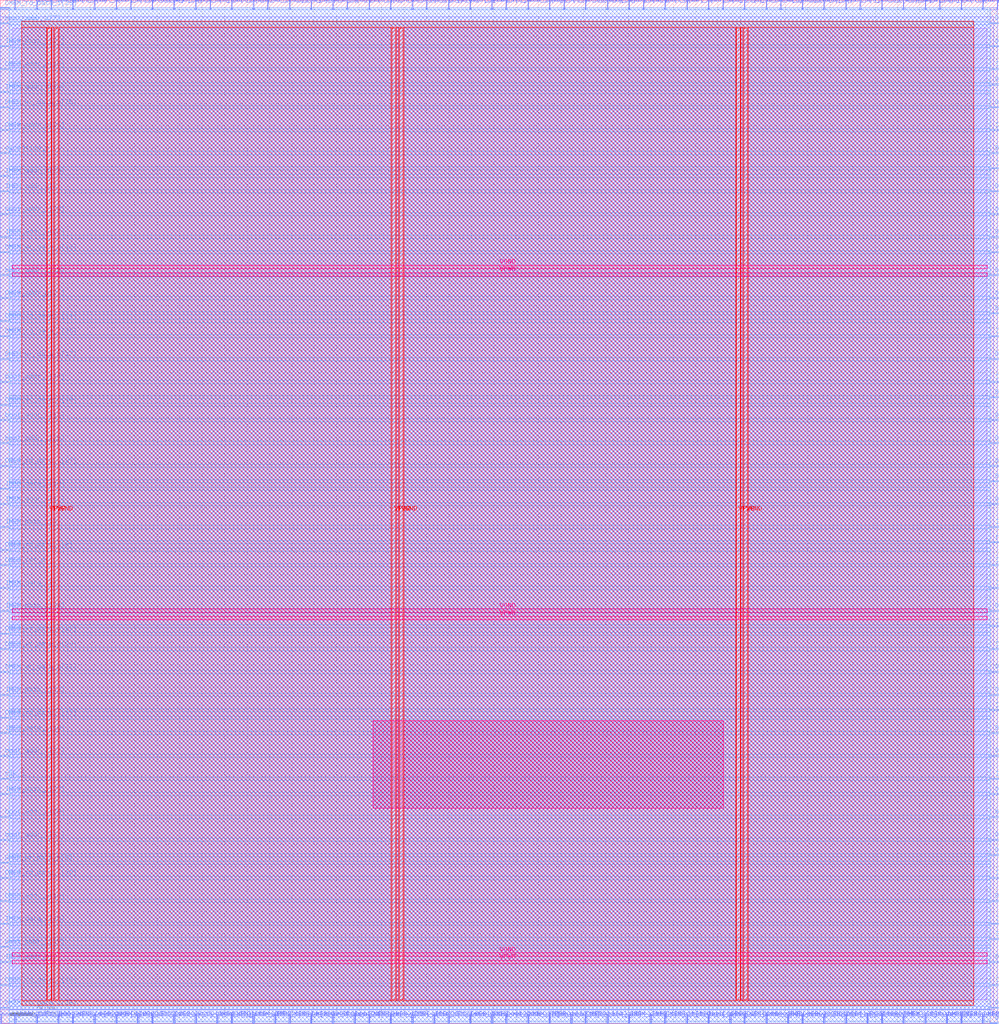
<source format=lef>
VERSION 5.7 ;
  NOWIREEXTENSIONATPIN ON ;
  DIVIDERCHAR "/" ;
  BUSBITCHARS "[]" ;
MACRO toast_top
  CLASS BLOCK ;
  FOREIGN toast_top ;
  ORIGIN 0.000 0.000 ;
  SIZE 445.325 BY 456.045 ;
  PIN DMEM_addr_o[0]
    DIRECTION OUTPUT TRISTATE ;
    USE SIGNAL ;
    PORT
      LAYER met2 ;
        RECT 41.950 0.000 42.230 4.000 ;
    END
  END DMEM_addr_o[0]
  PIN DMEM_addr_o[10]
    DIRECTION OUTPUT TRISTATE ;
    USE SIGNAL ;
    PORT
      LAYER met2 ;
        RECT 183.630 452.045 183.910 456.045 ;
    END
  END DMEM_addr_o[10]
  PIN DMEM_addr_o[11]
    DIRECTION OUTPUT TRISTATE ;
    USE SIGNAL ;
    PORT
      LAYER met2 ;
        RECT 148.210 452.045 148.490 456.045 ;
    END
  END DMEM_addr_o[11]
  PIN DMEM_addr_o[12]
    DIRECTION OUTPUT TRISTATE ;
    USE SIGNAL ;
    PORT
      LAYER met2 ;
        RECT 209.390 0.000 209.670 4.000 ;
    END
  END DMEM_addr_o[12]
  PIN DMEM_addr_o[13]
    DIRECTION OUTPUT TRISTATE ;
    USE SIGNAL ;
    PORT
      LAYER met2 ;
        RECT 367.170 0.000 367.450 4.000 ;
    END
  END DMEM_addr_o[13]
  PIN DMEM_addr_o[14]
    DIRECTION OUTPUT TRISTATE ;
    USE SIGNAL ;
    PORT
      LAYER met3 ;
        RECT 441.325 81.640 445.325 82.240 ;
    END
  END DMEM_addr_o[14]
  PIN DMEM_addr_o[15]
    DIRECTION OUTPUT TRISTATE ;
    USE SIGNAL ;
    PORT
      LAYER met3 ;
        RECT 0.000 425.040 4.000 425.640 ;
    END
  END DMEM_addr_o[15]
  PIN DMEM_addr_o[16]
    DIRECTION OUTPUT TRISTATE ;
    USE SIGNAL ;
    PORT
      LAYER met3 ;
        RECT 0.000 54.440 4.000 55.040 ;
    END
  END DMEM_addr_o[16]
  PIN DMEM_addr_o[17]
    DIRECTION OUTPUT TRISTATE ;
    USE SIGNAL ;
    PORT
      LAYER met3 ;
        RECT 441.325 27.240 445.325 27.840 ;
    END
  END DMEM_addr_o[17]
  PIN DMEM_addr_o[18]
    DIRECTION OUTPUT TRISTATE ;
    USE SIGNAL ;
    PORT
      LAYER met2 ;
        RECT 93.470 452.045 93.750 456.045 ;
    END
  END DMEM_addr_o[18]
  PIN DMEM_addr_o[19]
    DIRECTION OUTPUT TRISTATE ;
    USE SIGNAL ;
    PORT
      LAYER met3 ;
        RECT 441.325 248.240 445.325 248.840 ;
    END
  END DMEM_addr_o[19]
  PIN DMEM_addr_o[1]
    DIRECTION OUTPUT TRISTATE ;
    USE SIGNAL ;
    PORT
      LAYER met3 ;
        RECT 441.325 343.440 445.325 344.040 ;
    END
  END DMEM_addr_o[1]
  PIN DMEM_addr_o[20]
    DIRECTION OUTPUT TRISTATE ;
    USE SIGNAL ;
    PORT
      LAYER met2 ;
        RECT 341.410 0.000 341.690 4.000 ;
    END
  END DMEM_addr_o[20]
  PIN DMEM_addr_o[21]
    DIRECTION OUTPUT TRISTATE ;
    USE SIGNAL ;
    PORT
      LAYER met3 ;
        RECT 0.000 323.040 4.000 323.640 ;
    END
  END DMEM_addr_o[21]
  PIN DMEM_addr_o[22]
    DIRECTION OUTPUT TRISTATE ;
    USE SIGNAL ;
    PORT
      LAYER met2 ;
        RECT 351.070 0.000 351.350 4.000 ;
    END
  END DMEM_addr_o[22]
  PIN DMEM_addr_o[23]
    DIRECTION OUTPUT TRISTATE ;
    USE SIGNAL ;
    PORT
      LAYER met2 ;
        RECT 148.210 0.000 148.490 4.000 ;
    END
  END DMEM_addr_o[23]
  PIN DMEM_addr_o[24]
    DIRECTION OUTPUT TRISTATE ;
    USE SIGNAL ;
    PORT
      LAYER met2 ;
        RECT 280.230 452.045 280.510 456.045 ;
    END
  END DMEM_addr_o[24]
  PIN DMEM_addr_o[25]
    DIRECTION OUTPUT TRISTATE ;
    USE SIGNAL ;
    PORT
      LAYER met3 ;
        RECT 0.000 397.840 4.000 398.440 ;
    END
  END DMEM_addr_o[25]
  PIN DMEM_addr_o[26]
    DIRECTION OUTPUT TRISTATE ;
    USE SIGNAL ;
    PORT
      LAYER met2 ;
        RECT 438.010 452.045 438.290 456.045 ;
    END
  END DMEM_addr_o[26]
  PIN DMEM_addr_o[27]
    DIRECTION OUTPUT TRISTATE ;
    USE SIGNAL ;
    PORT
      LAYER met2 ;
        RECT 421.910 0.000 422.190 4.000 ;
    END
  END DMEM_addr_o[27]
  PIN DMEM_addr_o[28]
    DIRECTION OUTPUT TRISTATE ;
    USE SIGNAL ;
    PORT
      LAYER met2 ;
        RECT 138.550 452.045 138.830 456.045 ;
    END
  END DMEM_addr_o[28]
  PIN DMEM_addr_o[29]
    DIRECTION OUTPUT TRISTATE ;
    USE SIGNAL ;
    PORT
      LAYER met3 ;
        RECT 441.325 129.240 445.325 129.840 ;
    END
  END DMEM_addr_o[29]
  PIN DMEM_addr_o[2]
    DIRECTION OUTPUT TRISTATE ;
    USE SIGNAL ;
    PORT
      LAYER met2 ;
        RECT 280.230 0.000 280.510 4.000 ;
    END
  END DMEM_addr_o[2]
  PIN DMEM_addr_o[30]
    DIRECTION OUTPUT TRISTATE ;
    USE SIGNAL ;
    PORT
      LAYER met3 ;
        RECT 441.325 241.440 445.325 242.040 ;
    END
  END DMEM_addr_o[30]
  PIN DMEM_addr_o[31]
    DIRECTION OUTPUT TRISTATE ;
    USE SIGNAL ;
    PORT
      LAYER met2 ;
        RECT 87.030 452.045 87.310 456.045 ;
    END
  END DMEM_addr_o[31]
  PIN DMEM_addr_o[3]
    DIRECTION OUTPUT TRISTATE ;
    USE SIGNAL ;
    PORT
      LAYER met2 ;
        RECT 22.630 452.045 22.910 456.045 ;
    END
  END DMEM_addr_o[3]
  PIN DMEM_addr_o[4]
    DIRECTION OUTPUT TRISTATE ;
    USE SIGNAL ;
    PORT
      LAYER met2 ;
        RECT 367.170 452.045 367.450 456.045 ;
    END
  END DMEM_addr_o[4]
  PIN DMEM_addr_o[5]
    DIRECTION OUTPUT TRISTATE ;
    USE SIGNAL ;
    PORT
      LAYER met2 ;
        RECT 260.910 0.000 261.190 4.000 ;
    END
  END DMEM_addr_o[5]
  PIN DMEM_addr_o[6]
    DIRECTION OUTPUT TRISTATE ;
    USE SIGNAL ;
    PORT
      LAYER met3 ;
        RECT 441.325 408.040 445.325 408.640 ;
    END
  END DMEM_addr_o[6]
  PIN DMEM_addr_o[7]
    DIRECTION OUTPUT TRISTATE ;
    USE SIGNAL ;
    PORT
      LAYER met3 ;
        RECT 441.325 350.240 445.325 350.840 ;
    END
  END DMEM_addr_o[7]
  PIN DMEM_addr_o[8]
    DIRECTION OUTPUT TRISTATE ;
    USE SIGNAL ;
    PORT
      LAYER met3 ;
        RECT 441.325 183.640 445.325 184.240 ;
    END
  END DMEM_addr_o[8]
  PIN DMEM_addr_o[9]
    DIRECTION OUTPUT TRISTATE ;
    USE SIGNAL ;
    PORT
      LAYER met3 ;
        RECT 441.325 146.240 445.325 146.840 ;
    END
  END DMEM_addr_o[9]
  PIN DMEM_rd_data_i[0]
    DIRECTION INPUT ;
    USE SIGNAL ;
    PORT
      LAYER met2 ;
        RECT 164.310 452.045 164.590 456.045 ;
    END
  END DMEM_rd_data_i[0]
  PIN DMEM_rd_data_i[10]
    DIRECTION INPUT ;
    USE SIGNAL ;
    PORT
      LAYER met2 ;
        RECT 219.050 452.045 219.330 456.045 ;
    END
  END DMEM_rd_data_i[10]
  PIN DMEM_rd_data_i[11]
    DIRECTION INPUT ;
    USE SIGNAL ;
    PORT
      LAYER met2 ;
        RECT 392.930 452.045 393.210 456.045 ;
    END
  END DMEM_rd_data_i[11]
  PIN DMEM_rd_data_i[12]
    DIRECTION INPUT ;
    USE SIGNAL ;
    PORT
      LAYER met3 ;
        RECT 441.325 54.440 445.325 55.040 ;
    END
  END DMEM_rd_data_i[12]
  PIN DMEM_rd_data_i[13]
    DIRECTION INPUT ;
    USE SIGNAL ;
    PORT
      LAYER met2 ;
        RECT 331.750 452.045 332.030 456.045 ;
    END
  END DMEM_rd_data_i[13]
  PIN DMEM_rd_data_i[14]
    DIRECTION INPUT ;
    USE SIGNAL ;
    PORT
      LAYER met3 ;
        RECT 0.000 312.840 4.000 313.440 ;
    END
  END DMEM_rd_data_i[14]
  PIN DMEM_rd_data_i[15]
    DIRECTION INPUT ;
    USE SIGNAL ;
    PORT
      LAYER met2 ;
        RECT 383.270 452.045 383.550 456.045 ;
    END
  END DMEM_rd_data_i[15]
  PIN DMEM_rd_data_i[16]
    DIRECTION INPUT ;
    USE SIGNAL ;
    PORT
      LAYER met2 ;
        RECT 296.330 0.000 296.610 4.000 ;
    END
  END DMEM_rd_data_i[16]
  PIN DMEM_rd_data_i[17]
    DIRECTION INPUT ;
    USE SIGNAL ;
    PORT
      LAYER met3 ;
        RECT 0.000 136.040 4.000 136.640 ;
    END
  END DMEM_rd_data_i[17]
  PIN DMEM_rd_data_i[18]
    DIRECTION INPUT ;
    USE SIGNAL ;
    PORT
      LAYER met3 ;
        RECT 0.000 17.040 4.000 17.640 ;
    END
  END DMEM_rd_data_i[18]
  PIN DMEM_rd_data_i[19]
    DIRECTION INPUT ;
    USE SIGNAL ;
    PORT
      LAYER met2 ;
        RECT 235.150 0.000 235.430 4.000 ;
    END
  END DMEM_rd_data_i[19]
  PIN DMEM_rd_data_i[1]
    DIRECTION INPUT ;
    USE SIGNAL ;
    PORT
      LAYER met2 ;
        RECT 128.890 0.000 129.170 4.000 ;
    END
  END DMEM_rd_data_i[1]
  PIN DMEM_rd_data_i[20]
    DIRECTION INPUT ;
    USE SIGNAL ;
    PORT
      LAYER met3 ;
        RECT 441.325 231.240 445.325 231.840 ;
    END
  END DMEM_rd_data_i[20]
  PIN DMEM_rd_data_i[21]
    DIRECTION INPUT ;
    USE SIGNAL ;
    PORT
      LAYER met3 ;
        RECT 441.325 435.240 445.325 435.840 ;
    END
  END DMEM_rd_data_i[21]
  PIN DMEM_rd_data_i[22]
    DIRECTION INPUT ;
    USE SIGNAL ;
    PORT
      LAYER met2 ;
        RECT 347.850 452.045 348.130 456.045 ;
    END
  END DMEM_rd_data_i[22]
  PIN DMEM_rd_data_i[23]
    DIRECTION INPUT ;
    USE SIGNAL ;
    PORT
      LAYER met3 ;
        RECT 0.000 452.240 4.000 452.840 ;
    END
  END DMEM_rd_data_i[23]
  PIN DMEM_rd_data_i[24]
    DIRECTION INPUT ;
    USE SIGNAL ;
    PORT
      LAYER met2 ;
        RECT 173.970 452.045 174.250 456.045 ;
    END
  END DMEM_rd_data_i[24]
  PIN DMEM_rd_data_i[25]
    DIRECTION INPUT ;
    USE SIGNAL ;
    PORT
      LAYER met2 ;
        RECT 438.010 0.000 438.290 4.000 ;
    END
  END DMEM_rd_data_i[25]
  PIN DMEM_rd_data_i[26]
    DIRECTION INPUT ;
    USE SIGNAL ;
    PORT
      LAYER met3 ;
        RECT 0.000 306.040 4.000 306.640 ;
    END
  END DMEM_rd_data_i[26]
  PIN DMEM_rd_data_i[27]
    DIRECTION INPUT ;
    USE SIGNAL ;
    PORT
      LAYER met3 ;
        RECT 0.000 248.240 4.000 248.840 ;
    END
  END DMEM_rd_data_i[27]
  PIN DMEM_rd_data_i[28]
    DIRECTION INPUT ;
    USE SIGNAL ;
    PORT
      LAYER met3 ;
        RECT 441.325 119.040 445.325 119.640 ;
    END
  END DMEM_rd_data_i[28]
  PIN DMEM_rd_data_i[29]
    DIRECTION INPUT ;
    USE SIGNAL ;
    PORT
      LAYER met3 ;
        RECT 0.000 6.840 4.000 7.440 ;
    END
  END DMEM_rd_data_i[29]
  PIN DMEM_rd_data_i[2]
    DIRECTION INPUT ;
    USE SIGNAL ;
    PORT
      LAYER met3 ;
        RECT 441.325 370.640 445.325 371.240 ;
    END
  END DMEM_rd_data_i[2]
  PIN DMEM_rd_data_i[30]
    DIRECTION INPUT ;
    USE SIGNAL ;
    PORT
      LAYER met3 ;
        RECT 0.000 64.640 4.000 65.240 ;
    END
  END DMEM_rd_data_i[30]
  PIN DMEM_rd_data_i[31]
    DIRECTION INPUT ;
    USE SIGNAL ;
    PORT
      LAYER met2 ;
        RECT 103.130 452.045 103.410 456.045 ;
    END
  END DMEM_rd_data_i[31]
  PIN DMEM_rd_data_i[3]
    DIRECTION INPUT ;
    USE SIGNAL ;
    PORT
      LAYER met2 ;
        RECT 96.690 0.000 96.970 4.000 ;
    END
  END DMEM_rd_data_i[3]
  PIN DMEM_rd_data_i[4]
    DIRECTION INPUT ;
    USE SIGNAL ;
    PORT
      LAYER met2 ;
        RECT 119.230 452.045 119.510 456.045 ;
    END
  END DMEM_rd_data_i[4]
  PIN DMEM_rd_data_i[5]
    DIRECTION INPUT ;
    USE SIGNAL ;
    PORT
      LAYER met2 ;
        RECT 402.590 0.000 402.870 4.000 ;
    END
  END DMEM_rd_data_i[5]
  PIN DMEM_rd_data_i[6]
    DIRECTION INPUT ;
    USE SIGNAL ;
    PORT
      LAYER met2 ;
        RECT 219.050 0.000 219.330 4.000 ;
    END
  END DMEM_rd_data_i[6]
  PIN DMEM_rd_data_i[7]
    DIRECTION INPUT ;
    USE SIGNAL ;
    PORT
      LAYER met2 ;
        RECT 128.890 452.045 129.170 456.045 ;
    END
  END DMEM_rd_data_i[7]
  PIN DMEM_rd_data_i[8]
    DIRECTION INPUT ;
    USE SIGNAL ;
    PORT
      LAYER met3 ;
        RECT 0.000 210.840 4.000 211.440 ;
    END
  END DMEM_rd_data_i[8]
  PIN DMEM_rd_data_i[9]
    DIRECTION INPUT ;
    USE SIGNAL ;
    PORT
      LAYER met2 ;
        RECT 32.290 0.000 32.570 4.000 ;
    END
  END DMEM_rd_data_i[9]
  PIN DMEM_rst_o
    DIRECTION OUTPUT TRISTATE ;
    USE SIGNAL ;
    PORT
      LAYER met3 ;
        RECT 0.000 204.040 4.000 204.640 ;
    END
  END DMEM_rst_o
  PIN DMEM_wr_byte_en_o[0]
    DIRECTION OUTPUT TRISTATE ;
    USE SIGNAL ;
    PORT
      LAYER met3 ;
        RECT 441.325 6.840 445.325 7.440 ;
    END
  END DMEM_wr_byte_en_o[0]
  PIN DMEM_wr_byte_en_o[1]
    DIRECTION OUTPUT TRISTATE ;
    USE SIGNAL ;
    PORT
      LAYER met3 ;
        RECT 441.325 268.640 445.325 269.240 ;
    END
  END DMEM_wr_byte_en_o[1]
  PIN DMEM_wr_byte_en_o[2]
    DIRECTION OUTPUT TRISTATE ;
    USE SIGNAL ;
    PORT
      LAYER met2 ;
        RECT 77.370 0.000 77.650 4.000 ;
    END
  END DMEM_wr_byte_en_o[2]
  PIN DMEM_wr_byte_en_o[3]
    DIRECTION OUTPUT TRISTATE ;
    USE SIGNAL ;
    PORT
      LAYER met2 ;
        RECT 322.090 452.045 322.370 456.045 ;
    END
  END DMEM_wr_byte_en_o[3]
  PIN DMEM_wr_data_o[0]
    DIRECTION OUTPUT TRISTATE ;
    USE SIGNAL ;
    PORT
      LAYER met2 ;
        RECT 112.790 452.045 113.070 456.045 ;
    END
  END DMEM_wr_data_o[0]
  PIN DMEM_wr_data_o[10]
    DIRECTION OUTPUT TRISTATE ;
    USE SIGNAL ;
    PORT
      LAYER met3 ;
        RECT 441.325 445.440 445.325 446.040 ;
    END
  END DMEM_wr_data_o[10]
  PIN DMEM_wr_data_o[11]
    DIRECTION OUTPUT TRISTATE ;
    USE SIGNAL ;
    PORT
      LAYER met3 ;
        RECT 0.000 156.440 4.000 157.040 ;
    END
  END DMEM_wr_data_o[11]
  PIN DMEM_wr_data_o[12]
    DIRECTION OUTPUT TRISTATE ;
    USE SIGNAL ;
    PORT
      LAYER met3 ;
        RECT 0.000 343.440 4.000 344.040 ;
    END
  END DMEM_wr_data_o[12]
  PIN DMEM_wr_data_o[13]
    DIRECTION OUTPUT TRISTATE ;
    USE SIGNAL ;
    PORT
      LAYER met3 ;
        RECT 441.325 278.840 445.325 279.440 ;
    END
  END DMEM_wr_data_o[13]
  PIN DMEM_wr_data_o[14]
    DIRECTION OUTPUT TRISTATE ;
    USE SIGNAL ;
    PORT
      LAYER met3 ;
        RECT 441.325 387.640 445.325 388.240 ;
    END
  END DMEM_wr_data_o[14]
  PIN DMEM_wr_data_o[15]
    DIRECTION OUTPUT TRISTATE ;
    USE SIGNAL ;
    PORT
      LAYER met3 ;
        RECT 441.325 102.040 445.325 102.640 ;
    END
  END DMEM_wr_data_o[15]
  PIN DMEM_wr_data_o[16]
    DIRECTION OUTPUT TRISTATE ;
    USE SIGNAL ;
    PORT
      LAYER met2 ;
        RECT 357.510 0.000 357.790 4.000 ;
    END
  END DMEM_wr_data_o[16]
  PIN DMEM_wr_data_o[17]
    DIRECTION OUTPUT TRISTATE ;
    USE SIGNAL ;
    PORT
      LAYER met3 ;
        RECT 0.000 295.840 4.000 296.440 ;
    END
  END DMEM_wr_data_o[17]
  PIN DMEM_wr_data_o[18]
    DIRECTION OUTPUT TRISTATE ;
    USE SIGNAL ;
    PORT
      LAYER met3 ;
        RECT 441.325 74.840 445.325 75.440 ;
    END
  END DMEM_wr_data_o[18]
  PIN DMEM_wr_data_o[19]
    DIRECTION OUTPUT TRISTATE ;
    USE SIGNAL ;
    PORT
      LAYER met3 ;
        RECT 0.000 275.440 4.000 276.040 ;
    END
  END DMEM_wr_data_o[19]
  PIN DMEM_wr_data_o[1]
    DIRECTION OUTPUT TRISTATE ;
    USE SIGNAL ;
    PORT
      LAYER met3 ;
        RECT 441.325 156.440 445.325 157.040 ;
    END
  END DMEM_wr_data_o[1]
  PIN DMEM_wr_data_o[20]
    DIRECTION OUTPUT TRISTATE ;
    USE SIGNAL ;
    PORT
      LAYER met3 ;
        RECT 0.000 166.640 4.000 167.240 ;
    END
  END DMEM_wr_data_o[20]
  PIN DMEM_wr_data_o[21]
    DIRECTION OUTPUT TRISTATE ;
    USE SIGNAL ;
    PORT
      LAYER met3 ;
        RECT 441.325 258.440 445.325 259.040 ;
    END
  END DMEM_wr_data_o[21]
  PIN DMEM_wr_data_o[22]
    DIRECTION OUTPUT TRISTATE ;
    USE SIGNAL ;
    PORT
      LAYER met2 ;
        RECT 444.450 452.045 444.730 456.045 ;
    END
  END DMEM_wr_data_o[22]
  PIN DMEM_wr_data_o[23]
    DIRECTION OUTPUT TRISTATE ;
    USE SIGNAL ;
    PORT
      LAYER met2 ;
        RECT 341.410 452.045 341.690 456.045 ;
    END
  END DMEM_wr_data_o[23]
  PIN DMEM_wr_data_o[24]
    DIRECTION OUTPUT TRISTATE ;
    USE SIGNAL ;
    PORT
      LAYER met2 ;
        RECT 138.550 0.000 138.830 4.000 ;
    END
  END DMEM_wr_data_o[24]
  PIN DMEM_wr_data_o[25]
    DIRECTION OUTPUT TRISTATE ;
    USE SIGNAL ;
    PORT
      LAYER met3 ;
        RECT 0.000 173.440 4.000 174.040 ;
    END
  END DMEM_wr_data_o[25]
  PIN DMEM_wr_data_o[26]
    DIRECTION OUTPUT TRISTATE ;
    USE SIGNAL ;
    PORT
      LAYER met3 ;
        RECT 0.000 408.040 4.000 408.640 ;
    END
  END DMEM_wr_data_o[26]
  PIN DMEM_wr_data_o[27]
    DIRECTION OUTPUT TRISTATE ;
    USE SIGNAL ;
    PORT
      LAYER met2 ;
        RECT 251.250 452.045 251.530 456.045 ;
    END
  END DMEM_wr_data_o[27]
  PIN DMEM_wr_data_o[28]
    DIRECTION OUTPUT TRISTATE ;
    USE SIGNAL ;
    PORT
      LAYER met2 ;
        RECT 376.830 452.045 377.110 456.045 ;
    END
  END DMEM_wr_data_o[28]
  PIN DMEM_wr_data_o[29]
    DIRECTION OUTPUT TRISTATE ;
    USE SIGNAL ;
    PORT
      LAYER met2 ;
        RECT 58.050 452.045 58.330 456.045 ;
    END
  END DMEM_wr_data_o[29]
  PIN DMEM_wr_data_o[2]
    DIRECTION OUTPUT TRISTATE ;
    USE SIGNAL ;
    PORT
      LAYER met2 ;
        RECT 190.070 452.045 190.350 456.045 ;
    END
  END DMEM_wr_data_o[2]
  PIN DMEM_wr_data_o[30]
    DIRECTION OUTPUT TRISTATE ;
    USE SIGNAL ;
    PORT
      LAYER met3 ;
        RECT 441.325 323.040 445.325 323.640 ;
    END
  END DMEM_wr_data_o[30]
  PIN DMEM_wr_data_o[31]
    DIRECTION OUTPUT TRISTATE ;
    USE SIGNAL ;
    PORT
      LAYER met2 ;
        RECT 244.810 452.045 245.090 456.045 ;
    END
  END DMEM_wr_data_o[31]
  PIN DMEM_wr_data_o[3]
    DIRECTION OUTPUT TRISTATE ;
    USE SIGNAL ;
    PORT
      LAYER met2 ;
        RECT 325.310 0.000 325.590 4.000 ;
    END
  END DMEM_wr_data_o[3]
  PIN DMEM_wr_data_o[4]
    DIRECTION OUTPUT TRISTATE ;
    USE SIGNAL ;
    PORT
      LAYER met3 ;
        RECT 441.325 360.440 445.325 361.040 ;
    END
  END DMEM_wr_data_o[4]
  PIN DMEM_wr_data_o[5]
    DIRECTION OUTPUT TRISTATE ;
    USE SIGNAL ;
    PORT
      LAYER met2 ;
        RECT 376.830 0.000 377.110 4.000 ;
    END
  END DMEM_wr_data_o[5]
  PIN DMEM_wr_data_o[6]
    DIRECTION OUTPUT TRISTATE ;
    USE SIGNAL ;
    PORT
      LAYER met2 ;
        RECT 51.610 452.045 51.890 456.045 ;
    END
  END DMEM_wr_data_o[6]
  PIN DMEM_wr_data_o[7]
    DIRECTION OUTPUT TRISTATE ;
    USE SIGNAL ;
    PORT
      LAYER met3 ;
        RECT 441.325 295.840 445.325 296.440 ;
    END
  END DMEM_wr_data_o[7]
  PIN DMEM_wr_data_o[8]
    DIRECTION OUTPUT TRISTATE ;
    USE SIGNAL ;
    PORT
      LAYER met3 ;
        RECT 441.325 418.240 445.325 418.840 ;
    END
  END DMEM_wr_data_o[8]
  PIN DMEM_wr_data_o[9]
    DIRECTION OUTPUT TRISTATE ;
    USE SIGNAL ;
    PORT
      LAYER met3 ;
        RECT 0.000 71.440 4.000 72.040 ;
    END
  END DMEM_wr_data_o[9]
  PIN IMEM_addr_o[0]
    DIRECTION OUTPUT TRISTATE ;
    USE SIGNAL ;
    PORT
      LAYER met3 ;
        RECT 0.000 27.240 4.000 27.840 ;
    END
  END IMEM_addr_o[0]
  PIN IMEM_addr_o[10]
    DIRECTION OUTPUT TRISTATE ;
    USE SIGNAL ;
    PORT
      LAYER met2 ;
        RECT 16.190 452.045 16.470 456.045 ;
    END
  END IMEM_addr_o[10]
  PIN IMEM_addr_o[11]
    DIRECTION OUTPUT TRISTATE ;
    USE SIGNAL ;
    PORT
      LAYER met3 ;
        RECT 0.000 231.240 4.000 231.840 ;
    END
  END IMEM_addr_o[11]
  PIN IMEM_addr_o[12]
    DIRECTION OUTPUT TRISTATE ;
    USE SIGNAL ;
    PORT
      LAYER met2 ;
        RECT 183.630 0.000 183.910 4.000 ;
    END
  END IMEM_addr_o[12]
  PIN IMEM_addr_o[13]
    DIRECTION OUTPUT TRISTATE ;
    USE SIGNAL ;
    PORT
      LAYER met3 ;
        RECT 441.325 37.440 445.325 38.040 ;
    END
  END IMEM_addr_o[13]
  PIN IMEM_addr_o[14]
    DIRECTION OUTPUT TRISTATE ;
    USE SIGNAL ;
    PORT
      LAYER met3 ;
        RECT 0.000 414.840 4.000 415.440 ;
    END
  END IMEM_addr_o[14]
  PIN IMEM_addr_o[15]
    DIRECTION OUTPUT TRISTATE ;
    USE SIGNAL ;
    PORT
      LAYER met2 ;
        RECT 289.890 0.000 290.170 4.000 ;
    END
  END IMEM_addr_o[15]
  PIN IMEM_addr_o[16]
    DIRECTION OUTPUT TRISTATE ;
    USE SIGNAL ;
    PORT
      LAYER met2 ;
        RECT 270.570 452.045 270.850 456.045 ;
    END
  END IMEM_addr_o[16]
  PIN IMEM_addr_o[17]
    DIRECTION OUTPUT TRISTATE ;
    USE SIGNAL ;
    PORT
      LAYER met2 ;
        RECT 286.670 452.045 286.950 456.045 ;
    END
  END IMEM_addr_o[17]
  PIN IMEM_addr_o[18]
    DIRECTION OUTPUT TRISTATE ;
    USE SIGNAL ;
    PORT
      LAYER met2 ;
        RECT 173.970 0.000 174.250 4.000 ;
    END
  END IMEM_addr_o[18]
  PIN IMEM_addr_o[19]
    DIRECTION OUTPUT TRISTATE ;
    USE SIGNAL ;
    PORT
      LAYER met2 ;
        RECT 235.150 452.045 235.430 456.045 ;
    END
  END IMEM_addr_o[19]
  PIN IMEM_addr_o[1]
    DIRECTION OUTPUT TRISTATE ;
    USE SIGNAL ;
    PORT
      LAYER met2 ;
        RECT 386.490 0.000 386.770 4.000 ;
    END
  END IMEM_addr_o[1]
  PIN IMEM_addr_o[20]
    DIRECTION OUTPUT TRISTATE ;
    USE SIGNAL ;
    PORT
      LAYER met2 ;
        RECT 418.690 452.045 418.970 456.045 ;
    END
  END IMEM_addr_o[20]
  PIN IMEM_addr_o[21]
    DIRECTION OUTPUT TRISTATE ;
    USE SIGNAL ;
    PORT
      LAYER met2 ;
        RECT 164.310 0.000 164.590 4.000 ;
    END
  END IMEM_addr_o[21]
  PIN IMEM_addr_o[22]
    DIRECTION OUTPUT TRISTATE ;
    USE SIGNAL ;
    PORT
      LAYER met3 ;
        RECT 0.000 350.240 4.000 350.840 ;
    END
  END IMEM_addr_o[22]
  PIN IMEM_addr_o[23]
    DIRECTION OUTPUT TRISTATE ;
    USE SIGNAL ;
    PORT
      LAYER met3 ;
        RECT 0.000 377.440 4.000 378.040 ;
    END
  END IMEM_addr_o[23]
  PIN IMEM_addr_o[24]
    DIRECTION OUTPUT TRISTATE ;
    USE SIGNAL ;
    PORT
      LAYER met3 ;
        RECT 441.325 64.640 445.325 65.240 ;
    END
  END IMEM_addr_o[24]
  PIN IMEM_addr_o[25]
    DIRECTION OUTPUT TRISTATE ;
    USE SIGNAL ;
    PORT
      LAYER met3 ;
        RECT 441.325 193.840 445.325 194.440 ;
    END
  END IMEM_addr_o[25]
  PIN IMEM_addr_o[26]
    DIRECTION OUTPUT TRISTATE ;
    USE SIGNAL ;
    PORT
      LAYER met2 ;
        RECT 122.450 0.000 122.730 4.000 ;
    END
  END IMEM_addr_o[26]
  PIN IMEM_addr_o[27]
    DIRECTION OUTPUT TRISTATE ;
    USE SIGNAL ;
    PORT
      LAYER met3 ;
        RECT 441.325 285.640 445.325 286.240 ;
    END
  END IMEM_addr_o[27]
  PIN IMEM_addr_o[28]
    DIRECTION OUTPUT TRISTATE ;
    USE SIGNAL ;
    PORT
      LAYER met3 ;
        RECT 441.325 17.040 445.325 17.640 ;
    END
  END IMEM_addr_o[28]
  PIN IMEM_addr_o[29]
    DIRECTION OUTPUT TRISTATE ;
    USE SIGNAL ;
    PORT
      LAYER met2 ;
        RECT 32.290 452.045 32.570 456.045 ;
    END
  END IMEM_addr_o[29]
  PIN IMEM_addr_o[2]
    DIRECTION OUTPUT TRISTATE ;
    USE SIGNAL ;
    PORT
      LAYER met3 ;
        RECT 0.000 370.640 4.000 371.240 ;
    END
  END IMEM_addr_o[2]
  PIN IMEM_addr_o[30]
    DIRECTION OUTPUT TRISTATE ;
    USE SIGNAL ;
    PORT
      LAYER met2 ;
        RECT 244.810 0.000 245.090 4.000 ;
    END
  END IMEM_addr_o[30]
  PIN IMEM_addr_o[31]
    DIRECTION OUTPUT TRISTATE ;
    USE SIGNAL ;
    PORT
      LAYER met2 ;
        RECT 103.130 0.000 103.410 4.000 ;
    END
  END IMEM_addr_o[31]
  PIN IMEM_addr_o[3]
    DIRECTION OUTPUT TRISTATE ;
    USE SIGNAL ;
    PORT
      LAYER met2 ;
        RECT 16.190 0.000 16.470 4.000 ;
    END
  END IMEM_addr_o[3]
  PIN IMEM_addr_o[4]
    DIRECTION OUTPUT TRISTATE ;
    USE SIGNAL ;
    PORT
      LAYER met2 ;
        RECT 331.750 0.000 332.030 4.000 ;
    END
  END IMEM_addr_o[4]
  PIN IMEM_addr_o[5]
    DIRECTION OUTPUT TRISTATE ;
    USE SIGNAL ;
    PORT
      LAYER met2 ;
        RECT 428.350 0.000 428.630 4.000 ;
    END
  END IMEM_addr_o[5]
  PIN IMEM_addr_o[6]
    DIRECTION OUTPUT TRISTATE ;
    USE SIGNAL ;
    PORT
      LAYER met2 ;
        RECT 402.590 452.045 402.870 456.045 ;
    END
  END IMEM_addr_o[6]
  PIN IMEM_addr_o[7]
    DIRECTION OUTPUT TRISTATE ;
    USE SIGNAL ;
    PORT
      LAYER met3 ;
        RECT 441.325 204.040 445.325 204.640 ;
    END
  END IMEM_addr_o[7]
  PIN IMEM_addr_o[8]
    DIRECTION OUTPUT TRISTATE ;
    USE SIGNAL ;
    PORT
      LAYER met2 ;
        RECT 154.650 452.045 154.930 456.045 ;
    END
  END IMEM_addr_o[8]
  PIN IMEM_addr_o[9]
    DIRECTION OUTPUT TRISTATE ;
    USE SIGNAL ;
    PORT
      LAYER met2 ;
        RECT 225.490 452.045 225.770 456.045 ;
    END
  END IMEM_addr_o[9]
  PIN IMEM_data_i[0]
    DIRECTION INPUT ;
    USE SIGNAL ;
    PORT
      LAYER met3 ;
        RECT 0.000 221.040 4.000 221.640 ;
    END
  END IMEM_data_i[0]
  PIN IMEM_data_i[10]
    DIRECTION INPUT ;
    USE SIGNAL ;
    PORT
      LAYER met3 ;
        RECT 0.000 238.040 4.000 238.640 ;
    END
  END IMEM_data_i[10]
  PIN IMEM_data_i[11]
    DIRECTION INPUT ;
    USE SIGNAL ;
    PORT
      LAYER met2 ;
        RECT 67.710 0.000 67.990 4.000 ;
    END
  END IMEM_data_i[11]
  PIN IMEM_data_i[12]
    DIRECTION INPUT ;
    USE SIGNAL ;
    PORT
      LAYER met3 ;
        RECT 0.000 146.240 4.000 146.840 ;
    END
  END IMEM_data_i[12]
  PIN IMEM_data_i[13]
    DIRECTION INPUT ;
    USE SIGNAL ;
    PORT
      LAYER met2 ;
        RECT 199.730 0.000 200.010 4.000 ;
    END
  END IMEM_data_i[13]
  PIN IMEM_data_i[14]
    DIRECTION INPUT ;
    USE SIGNAL ;
    PORT
      LAYER met3 ;
        RECT 441.325 397.840 445.325 398.440 ;
    END
  END IMEM_data_i[14]
  PIN IMEM_data_i[15]
    DIRECTION INPUT ;
    USE SIGNAL ;
    PORT
      LAYER met3 ;
        RECT 0.000 44.240 4.000 44.840 ;
    END
  END IMEM_data_i[15]
  PIN IMEM_data_i[16]
    DIRECTION INPUT ;
    USE SIGNAL ;
    PORT
      LAYER met2 ;
        RECT 260.910 452.045 261.190 456.045 ;
    END
  END IMEM_data_i[16]
  PIN IMEM_data_i[17]
    DIRECTION INPUT ;
    USE SIGNAL ;
    PORT
      LAYER met2 ;
        RECT 51.610 0.000 51.890 4.000 ;
    END
  END IMEM_data_i[17]
  PIN IMEM_data_i[18]
    DIRECTION INPUT ;
    USE SIGNAL ;
    PORT
      LAYER met3 ;
        RECT 441.325 139.440 445.325 140.040 ;
    END
  END IMEM_data_i[18]
  PIN IMEM_data_i[19]
    DIRECTION INPUT ;
    USE SIGNAL ;
    PORT
      LAYER met3 ;
        RECT 0.000 129.240 4.000 129.840 ;
    END
  END IMEM_data_i[19]
  PIN IMEM_data_i[1]
    DIRECTION INPUT ;
    USE SIGNAL ;
    PORT
      LAYER met2 ;
        RECT 77.370 452.045 77.650 456.045 ;
    END
  END IMEM_data_i[1]
  PIN IMEM_data_i[20]
    DIRECTION INPUT ;
    USE SIGNAL ;
    PORT
      LAYER met3 ;
        RECT 441.325 221.040 445.325 221.640 ;
    END
  END IMEM_data_i[20]
  PIN IMEM_data_i[21]
    DIRECTION INPUT ;
    USE SIGNAL ;
    PORT
      LAYER met3 ;
        RECT 0.000 435.240 4.000 435.840 ;
    END
  END IMEM_data_i[21]
  PIN IMEM_data_i[22]
    DIRECTION INPUT ;
    USE SIGNAL ;
    PORT
      LAYER met3 ;
        RECT 0.000 102.040 4.000 102.640 ;
    END
  END IMEM_data_i[22]
  PIN IMEM_data_i[23]
    DIRECTION INPUT ;
    USE SIGNAL ;
    PORT
      LAYER met3 ;
        RECT 441.325 380.840 445.325 381.440 ;
    END
  END IMEM_data_i[23]
  PIN IMEM_data_i[24]
    DIRECTION INPUT ;
    USE SIGNAL ;
    PORT
      LAYER met3 ;
        RECT 0.000 183.640 4.000 184.240 ;
    END
  END IMEM_data_i[24]
  PIN IMEM_data_i[25]
    DIRECTION INPUT ;
    USE SIGNAL ;
    PORT
      LAYER met2 ;
        RECT 112.790 0.000 113.070 4.000 ;
    END
  END IMEM_data_i[25]
  PIN IMEM_data_i[26]
    DIRECTION INPUT ;
    USE SIGNAL ;
    PORT
      LAYER met3 ;
        RECT 441.325 166.640 445.325 167.240 ;
    END
  END IMEM_data_i[26]
  PIN IMEM_data_i[27]
    DIRECTION INPUT ;
    USE SIGNAL ;
    PORT
      LAYER met2 ;
        RECT 305.990 0.000 306.270 4.000 ;
    END
  END IMEM_data_i[27]
  PIN IMEM_data_i[28]
    DIRECTION INPUT ;
    USE SIGNAL ;
    PORT
      LAYER met3 ;
        RECT 441.325 44.240 445.325 44.840 ;
    END
  END IMEM_data_i[28]
  PIN IMEM_data_i[29]
    DIRECTION INPUT ;
    USE SIGNAL ;
    PORT
      LAYER met2 ;
        RECT 6.530 452.045 6.810 456.045 ;
    END
  END IMEM_data_i[29]
  PIN IMEM_data_i[2]
    DIRECTION INPUT ;
    USE SIGNAL ;
    PORT
      LAYER met2 ;
        RECT 392.930 0.000 393.210 4.000 ;
    END
  END IMEM_data_i[2]
  PIN IMEM_data_i[30]
    DIRECTION INPUT ;
    USE SIGNAL ;
    PORT
      LAYER met2 ;
        RECT 61.270 0.000 61.550 4.000 ;
    END
  END IMEM_data_i[30]
  PIN IMEM_data_i[31]
    DIRECTION INPUT ;
    USE SIGNAL ;
    PORT
      LAYER met2 ;
        RECT 193.290 0.000 193.570 4.000 ;
    END
  END IMEM_data_i[31]
  PIN IMEM_data_i[3]
    DIRECTION INPUT ;
    USE SIGNAL ;
    PORT
      LAYER met3 ;
        RECT 441.325 108.840 445.325 109.440 ;
    END
  END IMEM_data_i[3]
  PIN IMEM_data_i[4]
    DIRECTION INPUT ;
    USE SIGNAL ;
    PORT
      LAYER met3 ;
        RECT 441.325 425.040 445.325 425.640 ;
    END
  END IMEM_data_i[4]
  PIN IMEM_data_i[5]
    DIRECTION INPUT ;
    USE SIGNAL ;
    PORT
      LAYER met3 ;
        RECT 441.325 306.040 445.325 306.640 ;
    END
  END IMEM_data_i[5]
  PIN IMEM_data_i[6]
    DIRECTION INPUT ;
    USE SIGNAL ;
    PORT
      LAYER met2 ;
        RECT 412.250 0.000 412.530 4.000 ;
    END
  END IMEM_data_i[6]
  PIN IMEM_data_i[7]
    DIRECTION INPUT ;
    USE SIGNAL ;
    PORT
      LAYER met3 ;
        RECT 0.000 193.840 4.000 194.440 ;
    END
  END IMEM_data_i[7]
  PIN IMEM_data_i[8]
    DIRECTION INPUT ;
    USE SIGNAL ;
    PORT
      LAYER met3 ;
        RECT 441.325 176.840 445.325 177.440 ;
    END
  END IMEM_data_i[8]
  PIN IMEM_data_i[9]
    DIRECTION INPUT ;
    USE SIGNAL ;
    PORT
      LAYER met2 ;
        RECT 6.530 0.000 6.810 4.000 ;
    END
  END IMEM_data_i[9]
  PIN VGND
    DIRECTION INOUT ;
    USE GROUND ;
    PORT
      LAYER met4 ;
        RECT 24.340 10.640 25.940 443.600 ;
    END
    PORT
      LAYER met4 ;
        RECT 177.940 10.640 179.540 443.600 ;
    END
    PORT
      LAYER met4 ;
        RECT 331.540 10.640 333.140 443.600 ;
    END
    PORT
      LAYER met5 ;
        RECT 5.280 30.030 440.000 31.630 ;
    END
    PORT
      LAYER met5 ;
        RECT 5.280 183.210 440.000 184.810 ;
    END
    PORT
      LAYER met5 ;
        RECT 5.280 336.390 440.000 337.990 ;
    END
  END VGND
  PIN VPWR
    DIRECTION INOUT ;
    USE POWER ;
    PORT
      LAYER met4 ;
        RECT 21.040 10.640 22.640 443.600 ;
    END
    PORT
      LAYER met4 ;
        RECT 174.640 10.640 176.240 443.600 ;
    END
    PORT
      LAYER met4 ;
        RECT 328.240 10.640 329.840 443.600 ;
    END
    PORT
      LAYER met5 ;
        RECT 5.280 26.730 440.000 28.330 ;
    END
    PORT
      LAYER met5 ;
        RECT 5.280 179.910 440.000 181.510 ;
    END
    PORT
      LAYER met5 ;
        RECT 5.280 333.090 440.000 334.690 ;
    END
  END VPWR
  PIN boot_addr_i[0]
    DIRECTION INPUT ;
    USE SIGNAL ;
    PORT
      LAYER met3 ;
        RECT 441.325 333.240 445.325 333.840 ;
    END
  END boot_addr_i[0]
  PIN boot_addr_i[10]
    DIRECTION INPUT ;
    USE SIGNAL ;
    PORT
      LAYER met2 ;
        RECT 428.350 452.045 428.630 456.045 ;
    END
  END boot_addr_i[10]
  PIN boot_addr_i[11]
    DIRECTION INPUT ;
    USE SIGNAL ;
    PORT
      LAYER met3 ;
        RECT 441.325 0.040 445.325 0.640 ;
    END
  END boot_addr_i[11]
  PIN boot_addr_i[12]
    DIRECTION INPUT ;
    USE SIGNAL ;
    PORT
      LAYER met2 ;
        RECT 412.250 452.045 412.530 456.045 ;
    END
  END boot_addr_i[12]
  PIN boot_addr_i[13]
    DIRECTION INPUT ;
    USE SIGNAL ;
    PORT
      LAYER met3 ;
        RECT 0.000 268.640 4.000 269.240 ;
    END
  END boot_addr_i[13]
  PIN boot_addr_i[14]
    DIRECTION INPUT ;
    USE SIGNAL ;
    PORT
      LAYER met3 ;
        RECT 0.000 285.640 4.000 286.240 ;
    END
  END boot_addr_i[14]
  PIN boot_addr_i[15]
    DIRECTION INPUT ;
    USE SIGNAL ;
    PORT
      LAYER met2 ;
        RECT 270.570 0.000 270.850 4.000 ;
    END
  END boot_addr_i[15]
  PIN boot_addr_i[16]
    DIRECTION INPUT ;
    USE SIGNAL ;
    PORT
      LAYER met2 ;
        RECT 0.090 0.000 0.370 4.000 ;
    END
  END boot_addr_i[16]
  PIN boot_addr_i[17]
    DIRECTION INPUT ;
    USE SIGNAL ;
    PORT
      LAYER met3 ;
        RECT 0.000 34.040 4.000 34.640 ;
    END
  END boot_addr_i[17]
  PIN boot_addr_i[18]
    DIRECTION INPUT ;
    USE SIGNAL ;
    PORT
      LAYER met3 ;
        RECT 0.000 333.240 4.000 333.840 ;
    END
  END boot_addr_i[18]
  PIN boot_addr_i[19]
    DIRECTION INPUT ;
    USE SIGNAL ;
    PORT
      LAYER met2 ;
        RECT 41.950 452.045 42.230 456.045 ;
    END
  END boot_addr_i[19]
  PIN boot_addr_i[1]
    DIRECTION INPUT ;
    USE SIGNAL ;
    PORT
      LAYER met2 ;
        RECT 209.390 452.045 209.670 456.045 ;
    END
  END boot_addr_i[1]
  PIN boot_addr_i[20]
    DIRECTION INPUT ;
    USE SIGNAL ;
    PORT
      LAYER met3 ;
        RECT 0.000 258.440 4.000 259.040 ;
    END
  END boot_addr_i[20]
  PIN boot_addr_i[21]
    DIRECTION INPUT ;
    USE SIGNAL ;
    PORT
      LAYER met3 ;
        RECT 0.000 119.040 4.000 119.640 ;
    END
  END boot_addr_i[21]
  PIN boot_addr_i[22]
    DIRECTION INPUT ;
    USE SIGNAL ;
    PORT
      LAYER met2 ;
        RECT 25.850 0.000 26.130 4.000 ;
    END
  END boot_addr_i[22]
  PIN boot_addr_i[23]
    DIRECTION INPUT ;
    USE SIGNAL ;
    PORT
      LAYER met2 ;
        RECT 296.330 452.045 296.610 456.045 ;
    END
  END boot_addr_i[23]
  PIN boot_addr_i[24]
    DIRECTION INPUT ;
    USE SIGNAL ;
    PORT
      LAYER met2 ;
        RECT 199.730 452.045 200.010 456.045 ;
    END
  END boot_addr_i[24]
  PIN boot_addr_i[25]
    DIRECTION INPUT ;
    USE SIGNAL ;
    PORT
      LAYER met2 ;
        RECT 225.490 0.000 225.770 4.000 ;
    END
  END boot_addr_i[25]
  PIN boot_addr_i[26]
    DIRECTION INPUT ;
    USE SIGNAL ;
    PORT
      LAYER met2 ;
        RECT 357.510 452.045 357.790 456.045 ;
    END
  END boot_addr_i[26]
  PIN boot_addr_i[27]
    DIRECTION INPUT ;
    USE SIGNAL ;
    PORT
      LAYER met3 ;
        RECT 441.325 91.840 445.325 92.440 ;
    END
  END boot_addr_i[27]
  PIN boot_addr_i[28]
    DIRECTION INPUT ;
    USE SIGNAL ;
    PORT
      LAYER met3 ;
        RECT 0.000 360.440 4.000 361.040 ;
    END
  END boot_addr_i[28]
  PIN boot_addr_i[29]
    DIRECTION INPUT ;
    USE SIGNAL ;
    PORT
      LAYER met3 ;
        RECT 0.000 91.840 4.000 92.440 ;
    END
  END boot_addr_i[29]
  PIN boot_addr_i[2]
    DIRECTION INPUT ;
    USE SIGNAL ;
    PORT
      LAYER met2 ;
        RECT 87.030 0.000 87.310 4.000 ;
    END
  END boot_addr_i[2]
  PIN boot_addr_i[30]
    DIRECTION INPUT ;
    USE SIGNAL ;
    PORT
      LAYER met2 ;
        RECT 157.870 0.000 158.150 4.000 ;
    END
  END boot_addr_i[30]
  PIN boot_addr_i[31]
    DIRECTION INPUT ;
    USE SIGNAL ;
    PORT
      LAYER met3 ;
        RECT 0.000 81.640 4.000 82.240 ;
    END
  END boot_addr_i[31]
  PIN boot_addr_i[3]
    DIRECTION INPUT ;
    USE SIGNAL ;
    PORT
      LAYER met3 ;
        RECT 441.325 316.240 445.325 316.840 ;
    END
  END boot_addr_i[3]
  PIN boot_addr_i[4]
    DIRECTION INPUT ;
    USE SIGNAL ;
    PORT
      LAYER met2 ;
        RECT 254.470 0.000 254.750 4.000 ;
    END
  END boot_addr_i[4]
  PIN boot_addr_i[5]
    DIRECTION INPUT ;
    USE SIGNAL ;
    PORT
      LAYER met2 ;
        RECT 315.650 452.045 315.930 456.045 ;
    END
  END boot_addr_i[5]
  PIN boot_addr_i[6]
    DIRECTION INPUT ;
    USE SIGNAL ;
    PORT
      LAYER met2 ;
        RECT 305.990 452.045 306.270 456.045 ;
    END
  END boot_addr_i[6]
  PIN boot_addr_i[7]
    DIRECTION INPUT ;
    USE SIGNAL ;
    PORT
      LAYER met3 ;
        RECT 0.000 445.440 4.000 446.040 ;
    END
  END boot_addr_i[7]
  PIN boot_addr_i[8]
    DIRECTION INPUT ;
    USE SIGNAL ;
    PORT
      LAYER met2 ;
        RECT 67.710 452.045 67.990 456.045 ;
    END
  END boot_addr_i[8]
  PIN boot_addr_i[9]
    DIRECTION INPUT ;
    USE SIGNAL ;
    PORT
      LAYER met2 ;
        RECT 315.650 0.000 315.930 4.000 ;
    END
  END boot_addr_i[9]
  PIN clk_i
    DIRECTION INPUT ;
    USE SIGNAL ;
    PORT
      LAYER met3 ;
        RECT 0.000 108.840 4.000 109.440 ;
    END
  END clk_i
  PIN exception_o
    DIRECTION OUTPUT TRISTATE ;
    USE SIGNAL ;
    PORT
      LAYER met3 ;
        RECT 0.000 387.640 4.000 388.240 ;
    END
  END exception_o
  PIN resetn_i
    DIRECTION INPUT ;
    USE SIGNAL ;
    PORT
      LAYER met3 ;
        RECT 441.325 214.240 445.325 214.840 ;
    END
  END resetn_i
  OBS
      LAYER li1 ;
        RECT 5.520 10.795 439.760 443.445 ;
      LAYER met1 ;
        RECT 0.070 6.160 442.910 448.760 ;
      LAYER met2 ;
        RECT 0.100 451.765 6.250 452.725 ;
        RECT 7.090 451.765 15.910 452.725 ;
        RECT 16.750 451.765 22.350 452.725 ;
        RECT 23.190 451.765 32.010 452.725 ;
        RECT 32.850 451.765 41.670 452.725 ;
        RECT 42.510 451.765 51.330 452.725 ;
        RECT 52.170 451.765 57.770 452.725 ;
        RECT 58.610 451.765 67.430 452.725 ;
        RECT 68.270 451.765 77.090 452.725 ;
        RECT 77.930 451.765 86.750 452.725 ;
        RECT 87.590 451.765 93.190 452.725 ;
        RECT 94.030 451.765 102.850 452.725 ;
        RECT 103.690 451.765 112.510 452.725 ;
        RECT 113.350 451.765 118.950 452.725 ;
        RECT 119.790 451.765 128.610 452.725 ;
        RECT 129.450 451.765 138.270 452.725 ;
        RECT 139.110 451.765 147.930 452.725 ;
        RECT 148.770 451.765 154.370 452.725 ;
        RECT 155.210 451.765 164.030 452.725 ;
        RECT 164.870 451.765 173.690 452.725 ;
        RECT 174.530 451.765 183.350 452.725 ;
        RECT 184.190 451.765 189.790 452.725 ;
        RECT 190.630 451.765 199.450 452.725 ;
        RECT 200.290 451.765 209.110 452.725 ;
        RECT 209.950 451.765 218.770 452.725 ;
        RECT 219.610 451.765 225.210 452.725 ;
        RECT 226.050 451.765 234.870 452.725 ;
        RECT 235.710 451.765 244.530 452.725 ;
        RECT 245.370 451.765 250.970 452.725 ;
        RECT 251.810 451.765 260.630 452.725 ;
        RECT 261.470 451.765 270.290 452.725 ;
        RECT 271.130 451.765 279.950 452.725 ;
        RECT 280.790 451.765 286.390 452.725 ;
        RECT 287.230 451.765 296.050 452.725 ;
        RECT 296.890 451.765 305.710 452.725 ;
        RECT 306.550 451.765 315.370 452.725 ;
        RECT 316.210 451.765 321.810 452.725 ;
        RECT 322.650 451.765 331.470 452.725 ;
        RECT 332.310 451.765 341.130 452.725 ;
        RECT 341.970 451.765 347.570 452.725 ;
        RECT 348.410 451.765 357.230 452.725 ;
        RECT 358.070 451.765 366.890 452.725 ;
        RECT 367.730 451.765 376.550 452.725 ;
        RECT 377.390 451.765 382.990 452.725 ;
        RECT 383.830 451.765 392.650 452.725 ;
        RECT 393.490 451.765 402.310 452.725 ;
        RECT 403.150 451.765 411.970 452.725 ;
        RECT 412.810 451.765 418.410 452.725 ;
        RECT 419.250 451.765 428.070 452.725 ;
        RECT 428.910 451.765 437.730 452.725 ;
        RECT 438.570 451.765 444.170 452.725 ;
        RECT 0.100 4.280 444.450 451.765 ;
        RECT 0.650 0.155 6.250 4.280 ;
        RECT 7.090 0.155 15.910 4.280 ;
        RECT 16.750 0.155 25.570 4.280 ;
        RECT 26.410 0.155 32.010 4.280 ;
        RECT 32.850 0.155 41.670 4.280 ;
        RECT 42.510 0.155 51.330 4.280 ;
        RECT 52.170 0.155 60.990 4.280 ;
        RECT 61.830 0.155 67.430 4.280 ;
        RECT 68.270 0.155 77.090 4.280 ;
        RECT 77.930 0.155 86.750 4.280 ;
        RECT 87.590 0.155 96.410 4.280 ;
        RECT 97.250 0.155 102.850 4.280 ;
        RECT 103.690 0.155 112.510 4.280 ;
        RECT 113.350 0.155 122.170 4.280 ;
        RECT 123.010 0.155 128.610 4.280 ;
        RECT 129.450 0.155 138.270 4.280 ;
        RECT 139.110 0.155 147.930 4.280 ;
        RECT 148.770 0.155 157.590 4.280 ;
        RECT 158.430 0.155 164.030 4.280 ;
        RECT 164.870 0.155 173.690 4.280 ;
        RECT 174.530 0.155 183.350 4.280 ;
        RECT 184.190 0.155 193.010 4.280 ;
        RECT 193.850 0.155 199.450 4.280 ;
        RECT 200.290 0.155 209.110 4.280 ;
        RECT 209.950 0.155 218.770 4.280 ;
        RECT 219.610 0.155 225.210 4.280 ;
        RECT 226.050 0.155 234.870 4.280 ;
        RECT 235.710 0.155 244.530 4.280 ;
        RECT 245.370 0.155 254.190 4.280 ;
        RECT 255.030 0.155 260.630 4.280 ;
        RECT 261.470 0.155 270.290 4.280 ;
        RECT 271.130 0.155 279.950 4.280 ;
        RECT 280.790 0.155 289.610 4.280 ;
        RECT 290.450 0.155 296.050 4.280 ;
        RECT 296.890 0.155 305.710 4.280 ;
        RECT 306.550 0.155 315.370 4.280 ;
        RECT 316.210 0.155 325.030 4.280 ;
        RECT 325.870 0.155 331.470 4.280 ;
        RECT 332.310 0.155 341.130 4.280 ;
        RECT 341.970 0.155 350.790 4.280 ;
        RECT 351.630 0.155 357.230 4.280 ;
        RECT 358.070 0.155 366.890 4.280 ;
        RECT 367.730 0.155 376.550 4.280 ;
        RECT 377.390 0.155 386.210 4.280 ;
        RECT 387.050 0.155 392.650 4.280 ;
        RECT 393.490 0.155 402.310 4.280 ;
        RECT 403.150 0.155 411.970 4.280 ;
        RECT 412.810 0.155 421.630 4.280 ;
        RECT 422.470 0.155 428.070 4.280 ;
        RECT 428.910 0.155 437.730 4.280 ;
        RECT 438.570 0.155 444.450 4.280 ;
      LAYER met3 ;
        RECT 4.400 451.840 441.325 452.705 ;
        RECT 4.000 446.440 441.325 451.840 ;
        RECT 4.400 445.040 440.925 446.440 ;
        RECT 4.000 436.240 441.325 445.040 ;
        RECT 4.400 434.840 440.925 436.240 ;
        RECT 4.000 426.040 441.325 434.840 ;
        RECT 4.400 424.640 440.925 426.040 ;
        RECT 4.000 419.240 441.325 424.640 ;
        RECT 4.000 417.840 440.925 419.240 ;
        RECT 4.000 415.840 441.325 417.840 ;
        RECT 4.400 414.440 441.325 415.840 ;
        RECT 4.000 409.040 441.325 414.440 ;
        RECT 4.400 407.640 440.925 409.040 ;
        RECT 4.000 398.840 441.325 407.640 ;
        RECT 4.400 397.440 440.925 398.840 ;
        RECT 4.000 388.640 441.325 397.440 ;
        RECT 4.400 387.240 440.925 388.640 ;
        RECT 4.000 381.840 441.325 387.240 ;
        RECT 4.000 380.440 440.925 381.840 ;
        RECT 4.000 378.440 441.325 380.440 ;
        RECT 4.400 377.040 441.325 378.440 ;
        RECT 4.000 371.640 441.325 377.040 ;
        RECT 4.400 370.240 440.925 371.640 ;
        RECT 4.000 361.440 441.325 370.240 ;
        RECT 4.400 360.040 440.925 361.440 ;
        RECT 4.000 351.240 441.325 360.040 ;
        RECT 4.400 349.840 440.925 351.240 ;
        RECT 4.000 344.440 441.325 349.840 ;
        RECT 4.400 343.040 440.925 344.440 ;
        RECT 4.000 334.240 441.325 343.040 ;
        RECT 4.400 332.840 440.925 334.240 ;
        RECT 4.000 324.040 441.325 332.840 ;
        RECT 4.400 322.640 440.925 324.040 ;
        RECT 4.000 317.240 441.325 322.640 ;
        RECT 4.000 315.840 440.925 317.240 ;
        RECT 4.000 313.840 441.325 315.840 ;
        RECT 4.400 312.440 441.325 313.840 ;
        RECT 4.000 307.040 441.325 312.440 ;
        RECT 4.400 305.640 440.925 307.040 ;
        RECT 4.000 296.840 441.325 305.640 ;
        RECT 4.400 295.440 440.925 296.840 ;
        RECT 4.000 286.640 441.325 295.440 ;
        RECT 4.400 285.240 440.925 286.640 ;
        RECT 4.000 279.840 441.325 285.240 ;
        RECT 4.000 278.440 440.925 279.840 ;
        RECT 4.000 276.440 441.325 278.440 ;
        RECT 4.400 275.040 441.325 276.440 ;
        RECT 4.000 269.640 441.325 275.040 ;
        RECT 4.400 268.240 440.925 269.640 ;
        RECT 4.000 259.440 441.325 268.240 ;
        RECT 4.400 258.040 440.925 259.440 ;
        RECT 4.000 249.240 441.325 258.040 ;
        RECT 4.400 247.840 440.925 249.240 ;
        RECT 4.000 242.440 441.325 247.840 ;
        RECT 4.000 241.040 440.925 242.440 ;
        RECT 4.000 239.040 441.325 241.040 ;
        RECT 4.400 237.640 441.325 239.040 ;
        RECT 4.000 232.240 441.325 237.640 ;
        RECT 4.400 230.840 440.925 232.240 ;
        RECT 4.000 222.040 441.325 230.840 ;
        RECT 4.400 220.640 440.925 222.040 ;
        RECT 4.000 215.240 441.325 220.640 ;
        RECT 4.000 213.840 440.925 215.240 ;
        RECT 4.000 211.840 441.325 213.840 ;
        RECT 4.400 210.440 441.325 211.840 ;
        RECT 4.000 205.040 441.325 210.440 ;
        RECT 4.400 203.640 440.925 205.040 ;
        RECT 4.000 194.840 441.325 203.640 ;
        RECT 4.400 193.440 440.925 194.840 ;
        RECT 4.000 184.640 441.325 193.440 ;
        RECT 4.400 183.240 440.925 184.640 ;
        RECT 4.000 177.840 441.325 183.240 ;
        RECT 4.000 176.440 440.925 177.840 ;
        RECT 4.000 174.440 441.325 176.440 ;
        RECT 4.400 173.040 441.325 174.440 ;
        RECT 4.000 167.640 441.325 173.040 ;
        RECT 4.400 166.240 440.925 167.640 ;
        RECT 4.000 157.440 441.325 166.240 ;
        RECT 4.400 156.040 440.925 157.440 ;
        RECT 4.000 147.240 441.325 156.040 ;
        RECT 4.400 145.840 440.925 147.240 ;
        RECT 4.000 140.440 441.325 145.840 ;
        RECT 4.000 139.040 440.925 140.440 ;
        RECT 4.000 137.040 441.325 139.040 ;
        RECT 4.400 135.640 441.325 137.040 ;
        RECT 4.000 130.240 441.325 135.640 ;
        RECT 4.400 128.840 440.925 130.240 ;
        RECT 4.000 120.040 441.325 128.840 ;
        RECT 4.400 118.640 440.925 120.040 ;
        RECT 4.000 109.840 441.325 118.640 ;
        RECT 4.400 108.440 440.925 109.840 ;
        RECT 4.000 103.040 441.325 108.440 ;
        RECT 4.400 101.640 440.925 103.040 ;
        RECT 4.000 92.840 441.325 101.640 ;
        RECT 4.400 91.440 440.925 92.840 ;
        RECT 4.000 82.640 441.325 91.440 ;
        RECT 4.400 81.240 440.925 82.640 ;
        RECT 4.000 75.840 441.325 81.240 ;
        RECT 4.000 74.440 440.925 75.840 ;
        RECT 4.000 72.440 441.325 74.440 ;
        RECT 4.400 71.040 441.325 72.440 ;
        RECT 4.000 65.640 441.325 71.040 ;
        RECT 4.400 64.240 440.925 65.640 ;
        RECT 4.000 55.440 441.325 64.240 ;
        RECT 4.400 54.040 440.925 55.440 ;
        RECT 4.000 45.240 441.325 54.040 ;
        RECT 4.400 43.840 440.925 45.240 ;
        RECT 4.000 38.440 441.325 43.840 ;
        RECT 4.000 37.040 440.925 38.440 ;
        RECT 4.000 35.040 441.325 37.040 ;
        RECT 4.400 33.640 441.325 35.040 ;
        RECT 4.000 28.240 441.325 33.640 ;
        RECT 4.400 26.840 440.925 28.240 ;
        RECT 4.000 18.040 441.325 26.840 ;
        RECT 4.400 16.640 440.925 18.040 ;
        RECT 4.000 7.840 441.325 16.640 ;
        RECT 4.400 6.440 440.925 7.840 ;
        RECT 4.000 1.040 441.325 6.440 ;
        RECT 4.000 0.175 440.925 1.040 ;
      LAYER met4 ;
        RECT 9.495 444.000 433.945 446.585 ;
        RECT 9.495 10.240 20.640 444.000 ;
        RECT 23.040 10.240 23.940 444.000 ;
        RECT 26.340 10.240 174.240 444.000 ;
        RECT 176.640 10.240 177.540 444.000 ;
        RECT 179.940 10.240 327.840 444.000 ;
        RECT 330.240 10.240 331.140 444.000 ;
        RECT 333.540 10.240 433.945 444.000 ;
        RECT 9.495 8.335 433.945 10.240 ;
      LAYER met5 ;
        RECT 166.180 96.100 322.340 135.100 ;
  END
END toast_top
END LIBRARY


</source>
